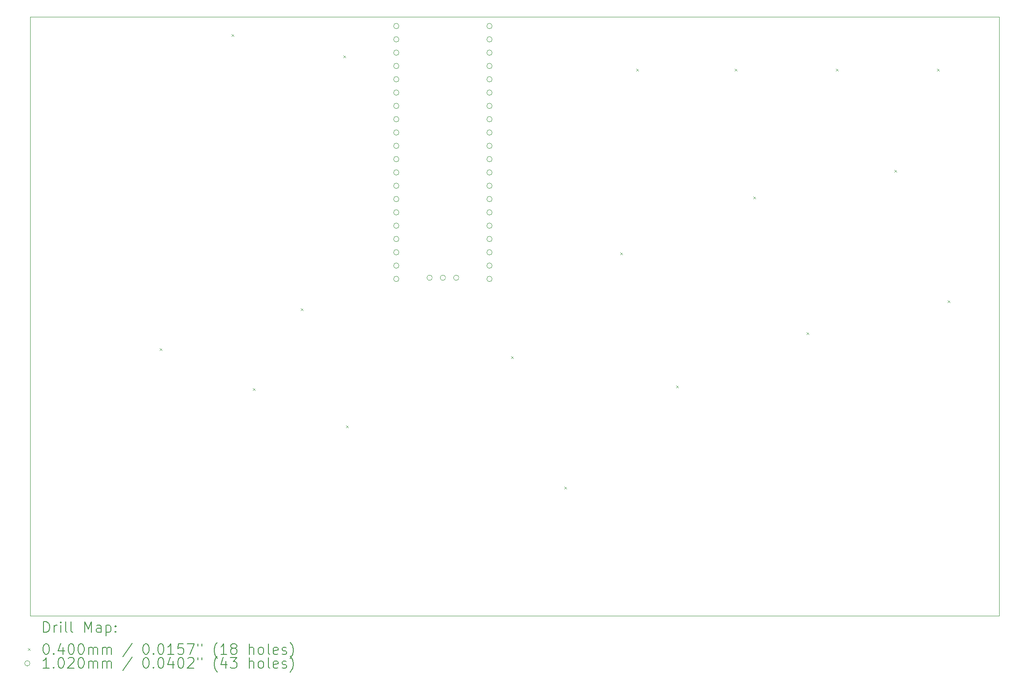
<source format=gbr>
%TF.GenerationSoftware,KiCad,Pcbnew,7.0.5*%
%TF.CreationDate,2023-08-11T22:31:06-05:00*%
%TF.ProjectId,ArkeyV2,41726b65-7956-4322-9e6b-696361645f70,rev?*%
%TF.SameCoordinates,Original*%
%TF.FileFunction,Drillmap*%
%TF.FilePolarity,Positive*%
%FSLAX45Y45*%
G04 Gerber Fmt 4.5, Leading zero omitted, Abs format (unit mm)*
G04 Created by KiCad (PCBNEW 7.0.5) date 2023-08-11 22:31:06*
%MOMM*%
%LPD*%
G01*
G04 APERTURE LIST*
%ADD10C,0.100000*%
%ADD11C,0.200000*%
%ADD12C,0.040000*%
%ADD13C,0.102000*%
G04 APERTURE END LIST*
D10*
X6400800Y-2641600D02*
X24892000Y-2641600D01*
X24892000Y-14071600D01*
X6400800Y-14071600D01*
X6400800Y-2641600D01*
D11*
D12*
X8870000Y-8971600D02*
X8910000Y-9011600D01*
X8910000Y-8971600D02*
X8870000Y-9011600D01*
X10241600Y-2977200D02*
X10281600Y-3017200D01*
X10281600Y-2977200D02*
X10241600Y-3017200D01*
X10648000Y-9733600D02*
X10688000Y-9773600D01*
X10688000Y-9733600D02*
X10648000Y-9773600D01*
X11562400Y-8209600D02*
X11602400Y-8249600D01*
X11602400Y-8209600D02*
X11562400Y-8249600D01*
X12375200Y-3383600D02*
X12415200Y-3423600D01*
X12415200Y-3383600D02*
X12375200Y-3423600D01*
X12426000Y-10444800D02*
X12466000Y-10484800D01*
X12466000Y-10444800D02*
X12426000Y-10484800D01*
X15575600Y-9124000D02*
X15615600Y-9164000D01*
X15615600Y-9124000D02*
X15575600Y-9164000D01*
X16591600Y-11613200D02*
X16631600Y-11653200D01*
X16631600Y-11613200D02*
X16591600Y-11653200D01*
X17658400Y-7142800D02*
X17698400Y-7182800D01*
X17698400Y-7142800D02*
X17658400Y-7182800D01*
X17963200Y-3637600D02*
X18003200Y-3677600D01*
X18003200Y-3637600D02*
X17963200Y-3677600D01*
X18725200Y-9682800D02*
X18765200Y-9722800D01*
X18765200Y-9682800D02*
X18725200Y-9722800D01*
X19842800Y-3637600D02*
X19882800Y-3677600D01*
X19882800Y-3637600D02*
X19842800Y-3677600D01*
X20198400Y-6076000D02*
X20238400Y-6116000D01*
X20238400Y-6076000D02*
X20198400Y-6116000D01*
X21214400Y-8666800D02*
X21254400Y-8706800D01*
X21254400Y-8666800D02*
X21214400Y-8706800D01*
X21773200Y-3637600D02*
X21813200Y-3677600D01*
X21813200Y-3637600D02*
X21773200Y-3677600D01*
X22890800Y-5568000D02*
X22930800Y-5608000D01*
X22930800Y-5568000D02*
X22890800Y-5608000D01*
X23703600Y-3637600D02*
X23743600Y-3677600D01*
X23743600Y-3637600D02*
X23703600Y-3677600D01*
X23906800Y-8057200D02*
X23946800Y-8097200D01*
X23946800Y-8057200D02*
X23906800Y-8097200D01*
D13*
X13436800Y-2819400D02*
G75*
G03*
X13436800Y-2819400I-51000J0D01*
G01*
X13436800Y-3073400D02*
G75*
G03*
X13436800Y-3073400I-51000J0D01*
G01*
X13436800Y-3327400D02*
G75*
G03*
X13436800Y-3327400I-51000J0D01*
G01*
X13436800Y-3581400D02*
G75*
G03*
X13436800Y-3581400I-51000J0D01*
G01*
X13436800Y-3835400D02*
G75*
G03*
X13436800Y-3835400I-51000J0D01*
G01*
X13436800Y-4089400D02*
G75*
G03*
X13436800Y-4089400I-51000J0D01*
G01*
X13436800Y-4343400D02*
G75*
G03*
X13436800Y-4343400I-51000J0D01*
G01*
X13436800Y-4597400D02*
G75*
G03*
X13436800Y-4597400I-51000J0D01*
G01*
X13436800Y-4851400D02*
G75*
G03*
X13436800Y-4851400I-51000J0D01*
G01*
X13436800Y-5105400D02*
G75*
G03*
X13436800Y-5105400I-51000J0D01*
G01*
X13436800Y-5359400D02*
G75*
G03*
X13436800Y-5359400I-51000J0D01*
G01*
X13436800Y-5613400D02*
G75*
G03*
X13436800Y-5613400I-51000J0D01*
G01*
X13436800Y-5867400D02*
G75*
G03*
X13436800Y-5867400I-51000J0D01*
G01*
X13436800Y-6121400D02*
G75*
G03*
X13436800Y-6121400I-51000J0D01*
G01*
X13436800Y-6375400D02*
G75*
G03*
X13436800Y-6375400I-51000J0D01*
G01*
X13436800Y-6629400D02*
G75*
G03*
X13436800Y-6629400I-51000J0D01*
G01*
X13436800Y-6883400D02*
G75*
G03*
X13436800Y-6883400I-51000J0D01*
G01*
X13436800Y-7137400D02*
G75*
G03*
X13436800Y-7137400I-51000J0D01*
G01*
X13436800Y-7391400D02*
G75*
G03*
X13436800Y-7391400I-51000J0D01*
G01*
X13436800Y-7645400D02*
G75*
G03*
X13436800Y-7645400I-51000J0D01*
G01*
X14071800Y-7622400D02*
G75*
G03*
X14071800Y-7622400I-51000J0D01*
G01*
X14325800Y-7622400D02*
G75*
G03*
X14325800Y-7622400I-51000J0D01*
G01*
X14579800Y-7622400D02*
G75*
G03*
X14579800Y-7622400I-51000J0D01*
G01*
X15214800Y-2819400D02*
G75*
G03*
X15214800Y-2819400I-51000J0D01*
G01*
X15214800Y-3073400D02*
G75*
G03*
X15214800Y-3073400I-51000J0D01*
G01*
X15214800Y-3327400D02*
G75*
G03*
X15214800Y-3327400I-51000J0D01*
G01*
X15214800Y-3581400D02*
G75*
G03*
X15214800Y-3581400I-51000J0D01*
G01*
X15214800Y-3835400D02*
G75*
G03*
X15214800Y-3835400I-51000J0D01*
G01*
X15214800Y-4089400D02*
G75*
G03*
X15214800Y-4089400I-51000J0D01*
G01*
X15214800Y-4343400D02*
G75*
G03*
X15214800Y-4343400I-51000J0D01*
G01*
X15214800Y-4597400D02*
G75*
G03*
X15214800Y-4597400I-51000J0D01*
G01*
X15214800Y-4851400D02*
G75*
G03*
X15214800Y-4851400I-51000J0D01*
G01*
X15214800Y-5105400D02*
G75*
G03*
X15214800Y-5105400I-51000J0D01*
G01*
X15214800Y-5359400D02*
G75*
G03*
X15214800Y-5359400I-51000J0D01*
G01*
X15214800Y-5613400D02*
G75*
G03*
X15214800Y-5613400I-51000J0D01*
G01*
X15214800Y-5867400D02*
G75*
G03*
X15214800Y-5867400I-51000J0D01*
G01*
X15214800Y-6121400D02*
G75*
G03*
X15214800Y-6121400I-51000J0D01*
G01*
X15214800Y-6375400D02*
G75*
G03*
X15214800Y-6375400I-51000J0D01*
G01*
X15214800Y-6629400D02*
G75*
G03*
X15214800Y-6629400I-51000J0D01*
G01*
X15214800Y-6883400D02*
G75*
G03*
X15214800Y-6883400I-51000J0D01*
G01*
X15214800Y-7137400D02*
G75*
G03*
X15214800Y-7137400I-51000J0D01*
G01*
X15214800Y-7391400D02*
G75*
G03*
X15214800Y-7391400I-51000J0D01*
G01*
X15214800Y-7645400D02*
G75*
G03*
X15214800Y-7645400I-51000J0D01*
G01*
D11*
X6656577Y-14388084D02*
X6656577Y-14188084D01*
X6656577Y-14188084D02*
X6704196Y-14188084D01*
X6704196Y-14188084D02*
X6732767Y-14197608D01*
X6732767Y-14197608D02*
X6751815Y-14216655D01*
X6751815Y-14216655D02*
X6761339Y-14235703D01*
X6761339Y-14235703D02*
X6770862Y-14273798D01*
X6770862Y-14273798D02*
X6770862Y-14302369D01*
X6770862Y-14302369D02*
X6761339Y-14340465D01*
X6761339Y-14340465D02*
X6751815Y-14359512D01*
X6751815Y-14359512D02*
X6732767Y-14378560D01*
X6732767Y-14378560D02*
X6704196Y-14388084D01*
X6704196Y-14388084D02*
X6656577Y-14388084D01*
X6856577Y-14388084D02*
X6856577Y-14254750D01*
X6856577Y-14292846D02*
X6866101Y-14273798D01*
X6866101Y-14273798D02*
X6875624Y-14264274D01*
X6875624Y-14264274D02*
X6894672Y-14254750D01*
X6894672Y-14254750D02*
X6913720Y-14254750D01*
X6980386Y-14388084D02*
X6980386Y-14254750D01*
X6980386Y-14188084D02*
X6970862Y-14197608D01*
X6970862Y-14197608D02*
X6980386Y-14207131D01*
X6980386Y-14207131D02*
X6989910Y-14197608D01*
X6989910Y-14197608D02*
X6980386Y-14188084D01*
X6980386Y-14188084D02*
X6980386Y-14207131D01*
X7104196Y-14388084D02*
X7085148Y-14378560D01*
X7085148Y-14378560D02*
X7075624Y-14359512D01*
X7075624Y-14359512D02*
X7075624Y-14188084D01*
X7208958Y-14388084D02*
X7189910Y-14378560D01*
X7189910Y-14378560D02*
X7180386Y-14359512D01*
X7180386Y-14359512D02*
X7180386Y-14188084D01*
X7437529Y-14388084D02*
X7437529Y-14188084D01*
X7437529Y-14188084D02*
X7504196Y-14330941D01*
X7504196Y-14330941D02*
X7570862Y-14188084D01*
X7570862Y-14188084D02*
X7570862Y-14388084D01*
X7751815Y-14388084D02*
X7751815Y-14283322D01*
X7751815Y-14283322D02*
X7742291Y-14264274D01*
X7742291Y-14264274D02*
X7723243Y-14254750D01*
X7723243Y-14254750D02*
X7685148Y-14254750D01*
X7685148Y-14254750D02*
X7666101Y-14264274D01*
X7751815Y-14378560D02*
X7732767Y-14388084D01*
X7732767Y-14388084D02*
X7685148Y-14388084D01*
X7685148Y-14388084D02*
X7666101Y-14378560D01*
X7666101Y-14378560D02*
X7656577Y-14359512D01*
X7656577Y-14359512D02*
X7656577Y-14340465D01*
X7656577Y-14340465D02*
X7666101Y-14321417D01*
X7666101Y-14321417D02*
X7685148Y-14311893D01*
X7685148Y-14311893D02*
X7732767Y-14311893D01*
X7732767Y-14311893D02*
X7751815Y-14302369D01*
X7847053Y-14254750D02*
X7847053Y-14454750D01*
X7847053Y-14264274D02*
X7866101Y-14254750D01*
X7866101Y-14254750D02*
X7904196Y-14254750D01*
X7904196Y-14254750D02*
X7923243Y-14264274D01*
X7923243Y-14264274D02*
X7932767Y-14273798D01*
X7932767Y-14273798D02*
X7942291Y-14292846D01*
X7942291Y-14292846D02*
X7942291Y-14349988D01*
X7942291Y-14349988D02*
X7932767Y-14369036D01*
X7932767Y-14369036D02*
X7923243Y-14378560D01*
X7923243Y-14378560D02*
X7904196Y-14388084D01*
X7904196Y-14388084D02*
X7866101Y-14388084D01*
X7866101Y-14388084D02*
X7847053Y-14378560D01*
X8028005Y-14369036D02*
X8037529Y-14378560D01*
X8037529Y-14378560D02*
X8028005Y-14388084D01*
X8028005Y-14388084D02*
X8018482Y-14378560D01*
X8018482Y-14378560D02*
X8028005Y-14369036D01*
X8028005Y-14369036D02*
X8028005Y-14388084D01*
X8028005Y-14264274D02*
X8037529Y-14273798D01*
X8037529Y-14273798D02*
X8028005Y-14283322D01*
X8028005Y-14283322D02*
X8018482Y-14273798D01*
X8018482Y-14273798D02*
X8028005Y-14264274D01*
X8028005Y-14264274D02*
X8028005Y-14283322D01*
D12*
X6355800Y-14696600D02*
X6395800Y-14736600D01*
X6395800Y-14696600D02*
X6355800Y-14736600D01*
D11*
X6694672Y-14608084D02*
X6713720Y-14608084D01*
X6713720Y-14608084D02*
X6732767Y-14617608D01*
X6732767Y-14617608D02*
X6742291Y-14627131D01*
X6742291Y-14627131D02*
X6751815Y-14646179D01*
X6751815Y-14646179D02*
X6761339Y-14684274D01*
X6761339Y-14684274D02*
X6761339Y-14731893D01*
X6761339Y-14731893D02*
X6751815Y-14769988D01*
X6751815Y-14769988D02*
X6742291Y-14789036D01*
X6742291Y-14789036D02*
X6732767Y-14798560D01*
X6732767Y-14798560D02*
X6713720Y-14808084D01*
X6713720Y-14808084D02*
X6694672Y-14808084D01*
X6694672Y-14808084D02*
X6675624Y-14798560D01*
X6675624Y-14798560D02*
X6666101Y-14789036D01*
X6666101Y-14789036D02*
X6656577Y-14769988D01*
X6656577Y-14769988D02*
X6647053Y-14731893D01*
X6647053Y-14731893D02*
X6647053Y-14684274D01*
X6647053Y-14684274D02*
X6656577Y-14646179D01*
X6656577Y-14646179D02*
X6666101Y-14627131D01*
X6666101Y-14627131D02*
X6675624Y-14617608D01*
X6675624Y-14617608D02*
X6694672Y-14608084D01*
X6847053Y-14789036D02*
X6856577Y-14798560D01*
X6856577Y-14798560D02*
X6847053Y-14808084D01*
X6847053Y-14808084D02*
X6837529Y-14798560D01*
X6837529Y-14798560D02*
X6847053Y-14789036D01*
X6847053Y-14789036D02*
X6847053Y-14808084D01*
X7028005Y-14674750D02*
X7028005Y-14808084D01*
X6980386Y-14598560D02*
X6932767Y-14741417D01*
X6932767Y-14741417D02*
X7056577Y-14741417D01*
X7170862Y-14608084D02*
X7189910Y-14608084D01*
X7189910Y-14608084D02*
X7208958Y-14617608D01*
X7208958Y-14617608D02*
X7218482Y-14627131D01*
X7218482Y-14627131D02*
X7228005Y-14646179D01*
X7228005Y-14646179D02*
X7237529Y-14684274D01*
X7237529Y-14684274D02*
X7237529Y-14731893D01*
X7237529Y-14731893D02*
X7228005Y-14769988D01*
X7228005Y-14769988D02*
X7218482Y-14789036D01*
X7218482Y-14789036D02*
X7208958Y-14798560D01*
X7208958Y-14798560D02*
X7189910Y-14808084D01*
X7189910Y-14808084D02*
X7170862Y-14808084D01*
X7170862Y-14808084D02*
X7151815Y-14798560D01*
X7151815Y-14798560D02*
X7142291Y-14789036D01*
X7142291Y-14789036D02*
X7132767Y-14769988D01*
X7132767Y-14769988D02*
X7123243Y-14731893D01*
X7123243Y-14731893D02*
X7123243Y-14684274D01*
X7123243Y-14684274D02*
X7132767Y-14646179D01*
X7132767Y-14646179D02*
X7142291Y-14627131D01*
X7142291Y-14627131D02*
X7151815Y-14617608D01*
X7151815Y-14617608D02*
X7170862Y-14608084D01*
X7361339Y-14608084D02*
X7380386Y-14608084D01*
X7380386Y-14608084D02*
X7399434Y-14617608D01*
X7399434Y-14617608D02*
X7408958Y-14627131D01*
X7408958Y-14627131D02*
X7418482Y-14646179D01*
X7418482Y-14646179D02*
X7428005Y-14684274D01*
X7428005Y-14684274D02*
X7428005Y-14731893D01*
X7428005Y-14731893D02*
X7418482Y-14769988D01*
X7418482Y-14769988D02*
X7408958Y-14789036D01*
X7408958Y-14789036D02*
X7399434Y-14798560D01*
X7399434Y-14798560D02*
X7380386Y-14808084D01*
X7380386Y-14808084D02*
X7361339Y-14808084D01*
X7361339Y-14808084D02*
X7342291Y-14798560D01*
X7342291Y-14798560D02*
X7332767Y-14789036D01*
X7332767Y-14789036D02*
X7323243Y-14769988D01*
X7323243Y-14769988D02*
X7313720Y-14731893D01*
X7313720Y-14731893D02*
X7313720Y-14684274D01*
X7313720Y-14684274D02*
X7323243Y-14646179D01*
X7323243Y-14646179D02*
X7332767Y-14627131D01*
X7332767Y-14627131D02*
X7342291Y-14617608D01*
X7342291Y-14617608D02*
X7361339Y-14608084D01*
X7513720Y-14808084D02*
X7513720Y-14674750D01*
X7513720Y-14693798D02*
X7523243Y-14684274D01*
X7523243Y-14684274D02*
X7542291Y-14674750D01*
X7542291Y-14674750D02*
X7570863Y-14674750D01*
X7570863Y-14674750D02*
X7589910Y-14684274D01*
X7589910Y-14684274D02*
X7599434Y-14703322D01*
X7599434Y-14703322D02*
X7599434Y-14808084D01*
X7599434Y-14703322D02*
X7608958Y-14684274D01*
X7608958Y-14684274D02*
X7628005Y-14674750D01*
X7628005Y-14674750D02*
X7656577Y-14674750D01*
X7656577Y-14674750D02*
X7675624Y-14684274D01*
X7675624Y-14684274D02*
X7685148Y-14703322D01*
X7685148Y-14703322D02*
X7685148Y-14808084D01*
X7780386Y-14808084D02*
X7780386Y-14674750D01*
X7780386Y-14693798D02*
X7789910Y-14684274D01*
X7789910Y-14684274D02*
X7808958Y-14674750D01*
X7808958Y-14674750D02*
X7837529Y-14674750D01*
X7837529Y-14674750D02*
X7856577Y-14684274D01*
X7856577Y-14684274D02*
X7866101Y-14703322D01*
X7866101Y-14703322D02*
X7866101Y-14808084D01*
X7866101Y-14703322D02*
X7875624Y-14684274D01*
X7875624Y-14684274D02*
X7894672Y-14674750D01*
X7894672Y-14674750D02*
X7923243Y-14674750D01*
X7923243Y-14674750D02*
X7942291Y-14684274D01*
X7942291Y-14684274D02*
X7951815Y-14703322D01*
X7951815Y-14703322D02*
X7951815Y-14808084D01*
X8342291Y-14598560D02*
X8170863Y-14855703D01*
X8599434Y-14608084D02*
X8618482Y-14608084D01*
X8618482Y-14608084D02*
X8637529Y-14617608D01*
X8637529Y-14617608D02*
X8647053Y-14627131D01*
X8647053Y-14627131D02*
X8656577Y-14646179D01*
X8656577Y-14646179D02*
X8666101Y-14684274D01*
X8666101Y-14684274D02*
X8666101Y-14731893D01*
X8666101Y-14731893D02*
X8656577Y-14769988D01*
X8656577Y-14769988D02*
X8647053Y-14789036D01*
X8647053Y-14789036D02*
X8637529Y-14798560D01*
X8637529Y-14798560D02*
X8618482Y-14808084D01*
X8618482Y-14808084D02*
X8599434Y-14808084D01*
X8599434Y-14808084D02*
X8580387Y-14798560D01*
X8580387Y-14798560D02*
X8570863Y-14789036D01*
X8570863Y-14789036D02*
X8561339Y-14769988D01*
X8561339Y-14769988D02*
X8551815Y-14731893D01*
X8551815Y-14731893D02*
X8551815Y-14684274D01*
X8551815Y-14684274D02*
X8561339Y-14646179D01*
X8561339Y-14646179D02*
X8570863Y-14627131D01*
X8570863Y-14627131D02*
X8580387Y-14617608D01*
X8580387Y-14617608D02*
X8599434Y-14608084D01*
X8751815Y-14789036D02*
X8761339Y-14798560D01*
X8761339Y-14798560D02*
X8751815Y-14808084D01*
X8751815Y-14808084D02*
X8742291Y-14798560D01*
X8742291Y-14798560D02*
X8751815Y-14789036D01*
X8751815Y-14789036D02*
X8751815Y-14808084D01*
X8885148Y-14608084D02*
X8904196Y-14608084D01*
X8904196Y-14608084D02*
X8923244Y-14617608D01*
X8923244Y-14617608D02*
X8932768Y-14627131D01*
X8932768Y-14627131D02*
X8942291Y-14646179D01*
X8942291Y-14646179D02*
X8951815Y-14684274D01*
X8951815Y-14684274D02*
X8951815Y-14731893D01*
X8951815Y-14731893D02*
X8942291Y-14769988D01*
X8942291Y-14769988D02*
X8932768Y-14789036D01*
X8932768Y-14789036D02*
X8923244Y-14798560D01*
X8923244Y-14798560D02*
X8904196Y-14808084D01*
X8904196Y-14808084D02*
X8885148Y-14808084D01*
X8885148Y-14808084D02*
X8866101Y-14798560D01*
X8866101Y-14798560D02*
X8856577Y-14789036D01*
X8856577Y-14789036D02*
X8847053Y-14769988D01*
X8847053Y-14769988D02*
X8837529Y-14731893D01*
X8837529Y-14731893D02*
X8837529Y-14684274D01*
X8837529Y-14684274D02*
X8847053Y-14646179D01*
X8847053Y-14646179D02*
X8856577Y-14627131D01*
X8856577Y-14627131D02*
X8866101Y-14617608D01*
X8866101Y-14617608D02*
X8885148Y-14608084D01*
X9142291Y-14808084D02*
X9028006Y-14808084D01*
X9085148Y-14808084D02*
X9085148Y-14608084D01*
X9085148Y-14608084D02*
X9066101Y-14636655D01*
X9066101Y-14636655D02*
X9047053Y-14655703D01*
X9047053Y-14655703D02*
X9028006Y-14665227D01*
X9323244Y-14608084D02*
X9228006Y-14608084D01*
X9228006Y-14608084D02*
X9218482Y-14703322D01*
X9218482Y-14703322D02*
X9228006Y-14693798D01*
X9228006Y-14693798D02*
X9247053Y-14684274D01*
X9247053Y-14684274D02*
X9294672Y-14684274D01*
X9294672Y-14684274D02*
X9313720Y-14693798D01*
X9313720Y-14693798D02*
X9323244Y-14703322D01*
X9323244Y-14703322D02*
X9332768Y-14722369D01*
X9332768Y-14722369D02*
X9332768Y-14769988D01*
X9332768Y-14769988D02*
X9323244Y-14789036D01*
X9323244Y-14789036D02*
X9313720Y-14798560D01*
X9313720Y-14798560D02*
X9294672Y-14808084D01*
X9294672Y-14808084D02*
X9247053Y-14808084D01*
X9247053Y-14808084D02*
X9228006Y-14798560D01*
X9228006Y-14798560D02*
X9218482Y-14789036D01*
X9399434Y-14608084D02*
X9532768Y-14608084D01*
X9532768Y-14608084D02*
X9447053Y-14808084D01*
X9599434Y-14608084D02*
X9599434Y-14646179D01*
X9675625Y-14608084D02*
X9675625Y-14646179D01*
X9970863Y-14884274D02*
X9961339Y-14874750D01*
X9961339Y-14874750D02*
X9942291Y-14846179D01*
X9942291Y-14846179D02*
X9932768Y-14827131D01*
X9932768Y-14827131D02*
X9923244Y-14798560D01*
X9923244Y-14798560D02*
X9913720Y-14750941D01*
X9913720Y-14750941D02*
X9913720Y-14712846D01*
X9913720Y-14712846D02*
X9923244Y-14665227D01*
X9923244Y-14665227D02*
X9932768Y-14636655D01*
X9932768Y-14636655D02*
X9942291Y-14617608D01*
X9942291Y-14617608D02*
X9961339Y-14589036D01*
X9961339Y-14589036D02*
X9970863Y-14579512D01*
X10151815Y-14808084D02*
X10037530Y-14808084D01*
X10094672Y-14808084D02*
X10094672Y-14608084D01*
X10094672Y-14608084D02*
X10075625Y-14636655D01*
X10075625Y-14636655D02*
X10056577Y-14655703D01*
X10056577Y-14655703D02*
X10037530Y-14665227D01*
X10266101Y-14693798D02*
X10247053Y-14684274D01*
X10247053Y-14684274D02*
X10237530Y-14674750D01*
X10237530Y-14674750D02*
X10228006Y-14655703D01*
X10228006Y-14655703D02*
X10228006Y-14646179D01*
X10228006Y-14646179D02*
X10237530Y-14627131D01*
X10237530Y-14627131D02*
X10247053Y-14617608D01*
X10247053Y-14617608D02*
X10266101Y-14608084D01*
X10266101Y-14608084D02*
X10304196Y-14608084D01*
X10304196Y-14608084D02*
X10323244Y-14617608D01*
X10323244Y-14617608D02*
X10332768Y-14627131D01*
X10332768Y-14627131D02*
X10342291Y-14646179D01*
X10342291Y-14646179D02*
X10342291Y-14655703D01*
X10342291Y-14655703D02*
X10332768Y-14674750D01*
X10332768Y-14674750D02*
X10323244Y-14684274D01*
X10323244Y-14684274D02*
X10304196Y-14693798D01*
X10304196Y-14693798D02*
X10266101Y-14693798D01*
X10266101Y-14693798D02*
X10247053Y-14703322D01*
X10247053Y-14703322D02*
X10237530Y-14712846D01*
X10237530Y-14712846D02*
X10228006Y-14731893D01*
X10228006Y-14731893D02*
X10228006Y-14769988D01*
X10228006Y-14769988D02*
X10237530Y-14789036D01*
X10237530Y-14789036D02*
X10247053Y-14798560D01*
X10247053Y-14798560D02*
X10266101Y-14808084D01*
X10266101Y-14808084D02*
X10304196Y-14808084D01*
X10304196Y-14808084D02*
X10323244Y-14798560D01*
X10323244Y-14798560D02*
X10332768Y-14789036D01*
X10332768Y-14789036D02*
X10342291Y-14769988D01*
X10342291Y-14769988D02*
X10342291Y-14731893D01*
X10342291Y-14731893D02*
X10332768Y-14712846D01*
X10332768Y-14712846D02*
X10323244Y-14703322D01*
X10323244Y-14703322D02*
X10304196Y-14693798D01*
X10580387Y-14808084D02*
X10580387Y-14608084D01*
X10666101Y-14808084D02*
X10666101Y-14703322D01*
X10666101Y-14703322D02*
X10656577Y-14684274D01*
X10656577Y-14684274D02*
X10637530Y-14674750D01*
X10637530Y-14674750D02*
X10608958Y-14674750D01*
X10608958Y-14674750D02*
X10589911Y-14684274D01*
X10589911Y-14684274D02*
X10580387Y-14693798D01*
X10789911Y-14808084D02*
X10770863Y-14798560D01*
X10770863Y-14798560D02*
X10761339Y-14789036D01*
X10761339Y-14789036D02*
X10751815Y-14769988D01*
X10751815Y-14769988D02*
X10751815Y-14712846D01*
X10751815Y-14712846D02*
X10761339Y-14693798D01*
X10761339Y-14693798D02*
X10770863Y-14684274D01*
X10770863Y-14684274D02*
X10789911Y-14674750D01*
X10789911Y-14674750D02*
X10818482Y-14674750D01*
X10818482Y-14674750D02*
X10837530Y-14684274D01*
X10837530Y-14684274D02*
X10847053Y-14693798D01*
X10847053Y-14693798D02*
X10856577Y-14712846D01*
X10856577Y-14712846D02*
X10856577Y-14769988D01*
X10856577Y-14769988D02*
X10847053Y-14789036D01*
X10847053Y-14789036D02*
X10837530Y-14798560D01*
X10837530Y-14798560D02*
X10818482Y-14808084D01*
X10818482Y-14808084D02*
X10789911Y-14808084D01*
X10970863Y-14808084D02*
X10951815Y-14798560D01*
X10951815Y-14798560D02*
X10942292Y-14779512D01*
X10942292Y-14779512D02*
X10942292Y-14608084D01*
X11123244Y-14798560D02*
X11104196Y-14808084D01*
X11104196Y-14808084D02*
X11066101Y-14808084D01*
X11066101Y-14808084D02*
X11047053Y-14798560D01*
X11047053Y-14798560D02*
X11037530Y-14779512D01*
X11037530Y-14779512D02*
X11037530Y-14703322D01*
X11037530Y-14703322D02*
X11047053Y-14684274D01*
X11047053Y-14684274D02*
X11066101Y-14674750D01*
X11066101Y-14674750D02*
X11104196Y-14674750D01*
X11104196Y-14674750D02*
X11123244Y-14684274D01*
X11123244Y-14684274D02*
X11132768Y-14703322D01*
X11132768Y-14703322D02*
X11132768Y-14722369D01*
X11132768Y-14722369D02*
X11037530Y-14741417D01*
X11208958Y-14798560D02*
X11228006Y-14808084D01*
X11228006Y-14808084D02*
X11266101Y-14808084D01*
X11266101Y-14808084D02*
X11285149Y-14798560D01*
X11285149Y-14798560D02*
X11294672Y-14779512D01*
X11294672Y-14779512D02*
X11294672Y-14769988D01*
X11294672Y-14769988D02*
X11285149Y-14750941D01*
X11285149Y-14750941D02*
X11266101Y-14741417D01*
X11266101Y-14741417D02*
X11237530Y-14741417D01*
X11237530Y-14741417D02*
X11218482Y-14731893D01*
X11218482Y-14731893D02*
X11208958Y-14712846D01*
X11208958Y-14712846D02*
X11208958Y-14703322D01*
X11208958Y-14703322D02*
X11218482Y-14684274D01*
X11218482Y-14684274D02*
X11237530Y-14674750D01*
X11237530Y-14674750D02*
X11266101Y-14674750D01*
X11266101Y-14674750D02*
X11285149Y-14684274D01*
X11361339Y-14884274D02*
X11370863Y-14874750D01*
X11370863Y-14874750D02*
X11389911Y-14846179D01*
X11389911Y-14846179D02*
X11399434Y-14827131D01*
X11399434Y-14827131D02*
X11408958Y-14798560D01*
X11408958Y-14798560D02*
X11418482Y-14750941D01*
X11418482Y-14750941D02*
X11418482Y-14712846D01*
X11418482Y-14712846D02*
X11408958Y-14665227D01*
X11408958Y-14665227D02*
X11399434Y-14636655D01*
X11399434Y-14636655D02*
X11389911Y-14617608D01*
X11389911Y-14617608D02*
X11370863Y-14589036D01*
X11370863Y-14589036D02*
X11361339Y-14579512D01*
D13*
X6395800Y-14980600D02*
G75*
G03*
X6395800Y-14980600I-51000J0D01*
G01*
D11*
X6761339Y-15072084D02*
X6647053Y-15072084D01*
X6704196Y-15072084D02*
X6704196Y-14872084D01*
X6704196Y-14872084D02*
X6685148Y-14900655D01*
X6685148Y-14900655D02*
X6666101Y-14919703D01*
X6666101Y-14919703D02*
X6647053Y-14929227D01*
X6847053Y-15053036D02*
X6856577Y-15062560D01*
X6856577Y-15062560D02*
X6847053Y-15072084D01*
X6847053Y-15072084D02*
X6837529Y-15062560D01*
X6837529Y-15062560D02*
X6847053Y-15053036D01*
X6847053Y-15053036D02*
X6847053Y-15072084D01*
X6980386Y-14872084D02*
X6999434Y-14872084D01*
X6999434Y-14872084D02*
X7018482Y-14881608D01*
X7018482Y-14881608D02*
X7028005Y-14891131D01*
X7028005Y-14891131D02*
X7037529Y-14910179D01*
X7037529Y-14910179D02*
X7047053Y-14948274D01*
X7047053Y-14948274D02*
X7047053Y-14995893D01*
X7047053Y-14995893D02*
X7037529Y-15033988D01*
X7037529Y-15033988D02*
X7028005Y-15053036D01*
X7028005Y-15053036D02*
X7018482Y-15062560D01*
X7018482Y-15062560D02*
X6999434Y-15072084D01*
X6999434Y-15072084D02*
X6980386Y-15072084D01*
X6980386Y-15072084D02*
X6961339Y-15062560D01*
X6961339Y-15062560D02*
X6951815Y-15053036D01*
X6951815Y-15053036D02*
X6942291Y-15033988D01*
X6942291Y-15033988D02*
X6932767Y-14995893D01*
X6932767Y-14995893D02*
X6932767Y-14948274D01*
X6932767Y-14948274D02*
X6942291Y-14910179D01*
X6942291Y-14910179D02*
X6951815Y-14891131D01*
X6951815Y-14891131D02*
X6961339Y-14881608D01*
X6961339Y-14881608D02*
X6980386Y-14872084D01*
X7123243Y-14891131D02*
X7132767Y-14881608D01*
X7132767Y-14881608D02*
X7151815Y-14872084D01*
X7151815Y-14872084D02*
X7199434Y-14872084D01*
X7199434Y-14872084D02*
X7218482Y-14881608D01*
X7218482Y-14881608D02*
X7228005Y-14891131D01*
X7228005Y-14891131D02*
X7237529Y-14910179D01*
X7237529Y-14910179D02*
X7237529Y-14929227D01*
X7237529Y-14929227D02*
X7228005Y-14957798D01*
X7228005Y-14957798D02*
X7113720Y-15072084D01*
X7113720Y-15072084D02*
X7237529Y-15072084D01*
X7361339Y-14872084D02*
X7380386Y-14872084D01*
X7380386Y-14872084D02*
X7399434Y-14881608D01*
X7399434Y-14881608D02*
X7408958Y-14891131D01*
X7408958Y-14891131D02*
X7418482Y-14910179D01*
X7418482Y-14910179D02*
X7428005Y-14948274D01*
X7428005Y-14948274D02*
X7428005Y-14995893D01*
X7428005Y-14995893D02*
X7418482Y-15033988D01*
X7418482Y-15033988D02*
X7408958Y-15053036D01*
X7408958Y-15053036D02*
X7399434Y-15062560D01*
X7399434Y-15062560D02*
X7380386Y-15072084D01*
X7380386Y-15072084D02*
X7361339Y-15072084D01*
X7361339Y-15072084D02*
X7342291Y-15062560D01*
X7342291Y-15062560D02*
X7332767Y-15053036D01*
X7332767Y-15053036D02*
X7323243Y-15033988D01*
X7323243Y-15033988D02*
X7313720Y-14995893D01*
X7313720Y-14995893D02*
X7313720Y-14948274D01*
X7313720Y-14948274D02*
X7323243Y-14910179D01*
X7323243Y-14910179D02*
X7332767Y-14891131D01*
X7332767Y-14891131D02*
X7342291Y-14881608D01*
X7342291Y-14881608D02*
X7361339Y-14872084D01*
X7513720Y-15072084D02*
X7513720Y-14938750D01*
X7513720Y-14957798D02*
X7523243Y-14948274D01*
X7523243Y-14948274D02*
X7542291Y-14938750D01*
X7542291Y-14938750D02*
X7570863Y-14938750D01*
X7570863Y-14938750D02*
X7589910Y-14948274D01*
X7589910Y-14948274D02*
X7599434Y-14967322D01*
X7599434Y-14967322D02*
X7599434Y-15072084D01*
X7599434Y-14967322D02*
X7608958Y-14948274D01*
X7608958Y-14948274D02*
X7628005Y-14938750D01*
X7628005Y-14938750D02*
X7656577Y-14938750D01*
X7656577Y-14938750D02*
X7675624Y-14948274D01*
X7675624Y-14948274D02*
X7685148Y-14967322D01*
X7685148Y-14967322D02*
X7685148Y-15072084D01*
X7780386Y-15072084D02*
X7780386Y-14938750D01*
X7780386Y-14957798D02*
X7789910Y-14948274D01*
X7789910Y-14948274D02*
X7808958Y-14938750D01*
X7808958Y-14938750D02*
X7837529Y-14938750D01*
X7837529Y-14938750D02*
X7856577Y-14948274D01*
X7856577Y-14948274D02*
X7866101Y-14967322D01*
X7866101Y-14967322D02*
X7866101Y-15072084D01*
X7866101Y-14967322D02*
X7875624Y-14948274D01*
X7875624Y-14948274D02*
X7894672Y-14938750D01*
X7894672Y-14938750D02*
X7923243Y-14938750D01*
X7923243Y-14938750D02*
X7942291Y-14948274D01*
X7942291Y-14948274D02*
X7951815Y-14967322D01*
X7951815Y-14967322D02*
X7951815Y-15072084D01*
X8342291Y-14862560D02*
X8170863Y-15119703D01*
X8599434Y-14872084D02*
X8618482Y-14872084D01*
X8618482Y-14872084D02*
X8637529Y-14881608D01*
X8637529Y-14881608D02*
X8647053Y-14891131D01*
X8647053Y-14891131D02*
X8656577Y-14910179D01*
X8656577Y-14910179D02*
X8666101Y-14948274D01*
X8666101Y-14948274D02*
X8666101Y-14995893D01*
X8666101Y-14995893D02*
X8656577Y-15033988D01*
X8656577Y-15033988D02*
X8647053Y-15053036D01*
X8647053Y-15053036D02*
X8637529Y-15062560D01*
X8637529Y-15062560D02*
X8618482Y-15072084D01*
X8618482Y-15072084D02*
X8599434Y-15072084D01*
X8599434Y-15072084D02*
X8580387Y-15062560D01*
X8580387Y-15062560D02*
X8570863Y-15053036D01*
X8570863Y-15053036D02*
X8561339Y-15033988D01*
X8561339Y-15033988D02*
X8551815Y-14995893D01*
X8551815Y-14995893D02*
X8551815Y-14948274D01*
X8551815Y-14948274D02*
X8561339Y-14910179D01*
X8561339Y-14910179D02*
X8570863Y-14891131D01*
X8570863Y-14891131D02*
X8580387Y-14881608D01*
X8580387Y-14881608D02*
X8599434Y-14872084D01*
X8751815Y-15053036D02*
X8761339Y-15062560D01*
X8761339Y-15062560D02*
X8751815Y-15072084D01*
X8751815Y-15072084D02*
X8742291Y-15062560D01*
X8742291Y-15062560D02*
X8751815Y-15053036D01*
X8751815Y-15053036D02*
X8751815Y-15072084D01*
X8885148Y-14872084D02*
X8904196Y-14872084D01*
X8904196Y-14872084D02*
X8923244Y-14881608D01*
X8923244Y-14881608D02*
X8932768Y-14891131D01*
X8932768Y-14891131D02*
X8942291Y-14910179D01*
X8942291Y-14910179D02*
X8951815Y-14948274D01*
X8951815Y-14948274D02*
X8951815Y-14995893D01*
X8951815Y-14995893D02*
X8942291Y-15033988D01*
X8942291Y-15033988D02*
X8932768Y-15053036D01*
X8932768Y-15053036D02*
X8923244Y-15062560D01*
X8923244Y-15062560D02*
X8904196Y-15072084D01*
X8904196Y-15072084D02*
X8885148Y-15072084D01*
X8885148Y-15072084D02*
X8866101Y-15062560D01*
X8866101Y-15062560D02*
X8856577Y-15053036D01*
X8856577Y-15053036D02*
X8847053Y-15033988D01*
X8847053Y-15033988D02*
X8837529Y-14995893D01*
X8837529Y-14995893D02*
X8837529Y-14948274D01*
X8837529Y-14948274D02*
X8847053Y-14910179D01*
X8847053Y-14910179D02*
X8856577Y-14891131D01*
X8856577Y-14891131D02*
X8866101Y-14881608D01*
X8866101Y-14881608D02*
X8885148Y-14872084D01*
X9123244Y-14938750D02*
X9123244Y-15072084D01*
X9075625Y-14862560D02*
X9028006Y-15005417D01*
X9028006Y-15005417D02*
X9151815Y-15005417D01*
X9266101Y-14872084D02*
X9285149Y-14872084D01*
X9285149Y-14872084D02*
X9304196Y-14881608D01*
X9304196Y-14881608D02*
X9313720Y-14891131D01*
X9313720Y-14891131D02*
X9323244Y-14910179D01*
X9323244Y-14910179D02*
X9332768Y-14948274D01*
X9332768Y-14948274D02*
X9332768Y-14995893D01*
X9332768Y-14995893D02*
X9323244Y-15033988D01*
X9323244Y-15033988D02*
X9313720Y-15053036D01*
X9313720Y-15053036D02*
X9304196Y-15062560D01*
X9304196Y-15062560D02*
X9285149Y-15072084D01*
X9285149Y-15072084D02*
X9266101Y-15072084D01*
X9266101Y-15072084D02*
X9247053Y-15062560D01*
X9247053Y-15062560D02*
X9237529Y-15053036D01*
X9237529Y-15053036D02*
X9228006Y-15033988D01*
X9228006Y-15033988D02*
X9218482Y-14995893D01*
X9218482Y-14995893D02*
X9218482Y-14948274D01*
X9218482Y-14948274D02*
X9228006Y-14910179D01*
X9228006Y-14910179D02*
X9237529Y-14891131D01*
X9237529Y-14891131D02*
X9247053Y-14881608D01*
X9247053Y-14881608D02*
X9266101Y-14872084D01*
X9408958Y-14891131D02*
X9418482Y-14881608D01*
X9418482Y-14881608D02*
X9437529Y-14872084D01*
X9437529Y-14872084D02*
X9485149Y-14872084D01*
X9485149Y-14872084D02*
X9504196Y-14881608D01*
X9504196Y-14881608D02*
X9513720Y-14891131D01*
X9513720Y-14891131D02*
X9523244Y-14910179D01*
X9523244Y-14910179D02*
X9523244Y-14929227D01*
X9523244Y-14929227D02*
X9513720Y-14957798D01*
X9513720Y-14957798D02*
X9399434Y-15072084D01*
X9399434Y-15072084D02*
X9523244Y-15072084D01*
X9599434Y-14872084D02*
X9599434Y-14910179D01*
X9675625Y-14872084D02*
X9675625Y-14910179D01*
X9970863Y-15148274D02*
X9961339Y-15138750D01*
X9961339Y-15138750D02*
X9942291Y-15110179D01*
X9942291Y-15110179D02*
X9932768Y-15091131D01*
X9932768Y-15091131D02*
X9923244Y-15062560D01*
X9923244Y-15062560D02*
X9913720Y-15014941D01*
X9913720Y-15014941D02*
X9913720Y-14976846D01*
X9913720Y-14976846D02*
X9923244Y-14929227D01*
X9923244Y-14929227D02*
X9932768Y-14900655D01*
X9932768Y-14900655D02*
X9942291Y-14881608D01*
X9942291Y-14881608D02*
X9961339Y-14853036D01*
X9961339Y-14853036D02*
X9970863Y-14843512D01*
X10132768Y-14938750D02*
X10132768Y-15072084D01*
X10085149Y-14862560D02*
X10037530Y-15005417D01*
X10037530Y-15005417D02*
X10161339Y-15005417D01*
X10218482Y-14872084D02*
X10342291Y-14872084D01*
X10342291Y-14872084D02*
X10275625Y-14948274D01*
X10275625Y-14948274D02*
X10304196Y-14948274D01*
X10304196Y-14948274D02*
X10323244Y-14957798D01*
X10323244Y-14957798D02*
X10332768Y-14967322D01*
X10332768Y-14967322D02*
X10342291Y-14986369D01*
X10342291Y-14986369D02*
X10342291Y-15033988D01*
X10342291Y-15033988D02*
X10332768Y-15053036D01*
X10332768Y-15053036D02*
X10323244Y-15062560D01*
X10323244Y-15062560D02*
X10304196Y-15072084D01*
X10304196Y-15072084D02*
X10247053Y-15072084D01*
X10247053Y-15072084D02*
X10228006Y-15062560D01*
X10228006Y-15062560D02*
X10218482Y-15053036D01*
X10580387Y-15072084D02*
X10580387Y-14872084D01*
X10666101Y-15072084D02*
X10666101Y-14967322D01*
X10666101Y-14967322D02*
X10656577Y-14948274D01*
X10656577Y-14948274D02*
X10637530Y-14938750D01*
X10637530Y-14938750D02*
X10608958Y-14938750D01*
X10608958Y-14938750D02*
X10589911Y-14948274D01*
X10589911Y-14948274D02*
X10580387Y-14957798D01*
X10789911Y-15072084D02*
X10770863Y-15062560D01*
X10770863Y-15062560D02*
X10761339Y-15053036D01*
X10761339Y-15053036D02*
X10751815Y-15033988D01*
X10751815Y-15033988D02*
X10751815Y-14976846D01*
X10751815Y-14976846D02*
X10761339Y-14957798D01*
X10761339Y-14957798D02*
X10770863Y-14948274D01*
X10770863Y-14948274D02*
X10789911Y-14938750D01*
X10789911Y-14938750D02*
X10818482Y-14938750D01*
X10818482Y-14938750D02*
X10837530Y-14948274D01*
X10837530Y-14948274D02*
X10847053Y-14957798D01*
X10847053Y-14957798D02*
X10856577Y-14976846D01*
X10856577Y-14976846D02*
X10856577Y-15033988D01*
X10856577Y-15033988D02*
X10847053Y-15053036D01*
X10847053Y-15053036D02*
X10837530Y-15062560D01*
X10837530Y-15062560D02*
X10818482Y-15072084D01*
X10818482Y-15072084D02*
X10789911Y-15072084D01*
X10970863Y-15072084D02*
X10951815Y-15062560D01*
X10951815Y-15062560D02*
X10942292Y-15043512D01*
X10942292Y-15043512D02*
X10942292Y-14872084D01*
X11123244Y-15062560D02*
X11104196Y-15072084D01*
X11104196Y-15072084D02*
X11066101Y-15072084D01*
X11066101Y-15072084D02*
X11047053Y-15062560D01*
X11047053Y-15062560D02*
X11037530Y-15043512D01*
X11037530Y-15043512D02*
X11037530Y-14967322D01*
X11037530Y-14967322D02*
X11047053Y-14948274D01*
X11047053Y-14948274D02*
X11066101Y-14938750D01*
X11066101Y-14938750D02*
X11104196Y-14938750D01*
X11104196Y-14938750D02*
X11123244Y-14948274D01*
X11123244Y-14948274D02*
X11132768Y-14967322D01*
X11132768Y-14967322D02*
X11132768Y-14986369D01*
X11132768Y-14986369D02*
X11037530Y-15005417D01*
X11208958Y-15062560D02*
X11228006Y-15072084D01*
X11228006Y-15072084D02*
X11266101Y-15072084D01*
X11266101Y-15072084D02*
X11285149Y-15062560D01*
X11285149Y-15062560D02*
X11294672Y-15043512D01*
X11294672Y-15043512D02*
X11294672Y-15033988D01*
X11294672Y-15033988D02*
X11285149Y-15014941D01*
X11285149Y-15014941D02*
X11266101Y-15005417D01*
X11266101Y-15005417D02*
X11237530Y-15005417D01*
X11237530Y-15005417D02*
X11218482Y-14995893D01*
X11218482Y-14995893D02*
X11208958Y-14976846D01*
X11208958Y-14976846D02*
X11208958Y-14967322D01*
X11208958Y-14967322D02*
X11218482Y-14948274D01*
X11218482Y-14948274D02*
X11237530Y-14938750D01*
X11237530Y-14938750D02*
X11266101Y-14938750D01*
X11266101Y-14938750D02*
X11285149Y-14948274D01*
X11361339Y-15148274D02*
X11370863Y-15138750D01*
X11370863Y-15138750D02*
X11389911Y-15110179D01*
X11389911Y-15110179D02*
X11399434Y-15091131D01*
X11399434Y-15091131D02*
X11408958Y-15062560D01*
X11408958Y-15062560D02*
X11418482Y-15014941D01*
X11418482Y-15014941D02*
X11418482Y-14976846D01*
X11418482Y-14976846D02*
X11408958Y-14929227D01*
X11408958Y-14929227D02*
X11399434Y-14900655D01*
X11399434Y-14900655D02*
X11389911Y-14881608D01*
X11389911Y-14881608D02*
X11370863Y-14853036D01*
X11370863Y-14853036D02*
X11361339Y-14843512D01*
M02*

</source>
